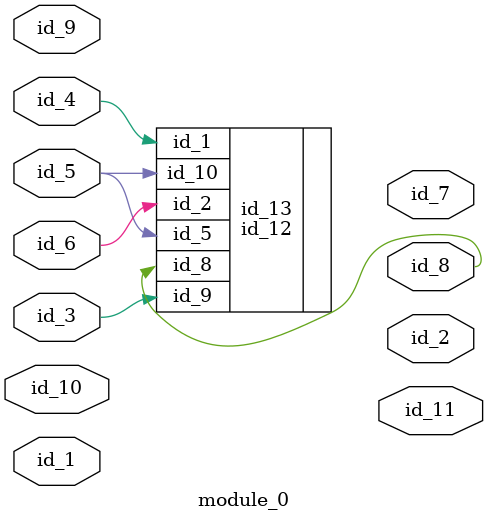
<source format=v>
module module_0 (
    id_1,
    id_2,
    id_3,
    id_4,
    id_5,
    id_6,
    id_7,
    id_8,
    id_9,
    id_10,
    id_11
);
  output id_11;
  input id_10;
  input id_9;
  output id_8;
  output id_7;
  input id_6;
  input id_5;
  input id_4;
  input id_3;
  output id_2;
  input id_1;
  id_12 id_13 (
      .id_5 (id_10),
      .id_5 (id_1),
      .id_2 (id_6),
      .id_8 (id_8),
      .id_1 (id_4),
      .id_9 (id_3),
      .id_10(id_10),
      .id_10(id_5),
      .id_5 (id_5)
  );
endmodule

</source>
